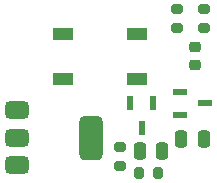
<source format=gbr>
%TF.GenerationSoftware,KiCad,Pcbnew,8.0.5*%
%TF.CreationDate,2024-09-12T13:34:15+03:00*%
%TF.ProjectId,Tactile Power Switch,54616374-696c-4652-9050-6f7765722053,rev?*%
%TF.SameCoordinates,Original*%
%TF.FileFunction,Paste,Top*%
%TF.FilePolarity,Positive*%
%FSLAX46Y46*%
G04 Gerber Fmt 4.6, Leading zero omitted, Abs format (unit mm)*
G04 Created by KiCad (PCBNEW 8.0.5) date 2024-09-12 13:34:15*
%MOMM*%
%LPD*%
G01*
G04 APERTURE LIST*
G04 Aperture macros list*
%AMRoundRect*
0 Rectangle with rounded corners*
0 $1 Rounding radius*
0 $2 $3 $4 $5 $6 $7 $8 $9 X,Y pos of 4 corners*
0 Add a 4 corners polygon primitive as box body*
4,1,4,$2,$3,$4,$5,$6,$7,$8,$9,$2,$3,0*
0 Add four circle primitives for the rounded corners*
1,1,$1+$1,$2,$3*
1,1,$1+$1,$4,$5*
1,1,$1+$1,$6,$7*
1,1,$1+$1,$8,$9*
0 Add four rect primitives between the rounded corners*
20,1,$1+$1,$2,$3,$4,$5,0*
20,1,$1+$1,$4,$5,$6,$7,0*
20,1,$1+$1,$6,$7,$8,$9,0*
20,1,$1+$1,$8,$9,$2,$3,0*%
G04 Aperture macros list end*
%ADD10RoundRect,0.250000X-0.250000X-0.475000X0.250000X-0.475000X0.250000X0.475000X-0.250000X0.475000X0*%
%ADD11RoundRect,0.200000X-0.200000X-0.275000X0.200000X-0.275000X0.200000X0.275000X-0.200000X0.275000X0*%
%ADD12RoundRect,0.250000X0.250000X0.475000X-0.250000X0.475000X-0.250000X-0.475000X0.250000X-0.475000X0*%
%ADD13R,0.600000X1.300000*%
%ADD14RoundRect,0.218750X0.256250X-0.218750X0.256250X0.218750X-0.256250X0.218750X-0.256250X-0.218750X0*%
%ADD15RoundRect,0.200000X0.275000X-0.200000X0.275000X0.200000X-0.275000X0.200000X-0.275000X-0.200000X0*%
%ADD16R,1.700000X1.000000*%
%ADD17RoundRect,0.375000X-0.625000X-0.375000X0.625000X-0.375000X0.625000X0.375000X-0.625000X0.375000X0*%
%ADD18RoundRect,0.500000X-0.500000X-1.400000X0.500000X-1.400000X0.500000X1.400000X-0.500000X1.400000X0*%
%ADD19R,1.300000X0.600000*%
G04 APERTURE END LIST*
D10*
%TO.C,C1*%
X126850001Y-66000000D03*
X128749999Y-66000000D03*
%TD*%
D11*
%TO.C,R3*%
X123275000Y-68900000D03*
X124925000Y-68900000D03*
%TD*%
D12*
%TO.C,C2*%
X125250000Y-67000000D03*
X123350000Y-67000000D03*
%TD*%
D13*
%TO.C,Q1*%
X124450000Y-62949999D03*
X122550000Y-62949999D03*
X123500000Y-65050000D03*
%TD*%
D14*
%TO.C,D1*%
X128000000Y-59787501D03*
X128000000Y-58212499D03*
%TD*%
D15*
%TO.C,R4*%
X128800001Y-56625000D03*
X128800001Y-54975000D03*
%TD*%
D16*
%TO.C,SW1*%
X116850000Y-57100000D03*
X123150000Y-57100000D03*
X116850000Y-60900000D03*
X123150000Y-60900000D03*
%TD*%
D17*
%TO.C,Q4*%
X112950000Y-63600000D03*
X112950001Y-65900000D03*
X112950000Y-68200000D03*
D18*
X119249999Y-65900000D03*
%TD*%
D15*
%TO.C,R2*%
X126500000Y-56625000D03*
X126500000Y-54975000D03*
%TD*%
D19*
%TO.C,Q2*%
X126749999Y-62050000D03*
X126749999Y-63950000D03*
X128850000Y-63000000D03*
%TD*%
D15*
%TO.C,R1*%
X121700000Y-68325000D03*
X121700000Y-66675000D03*
%TD*%
M02*

</source>
